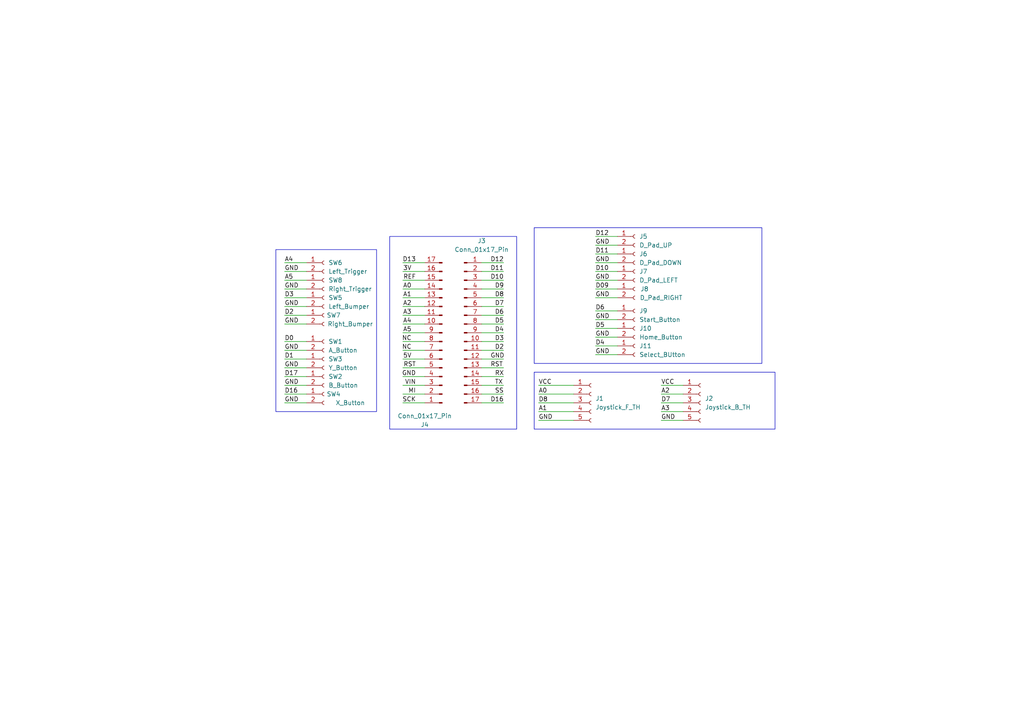
<source format=kicad_sch>
(kicad_sch (version 20231120) (generator "eeschema") (generator_version "8.0")
  (paper "A4")
  (lib_symbols
    (symbol "Connector:Conn_01x02_Socket" (pin_names (offset 1.016) hide)
      (property "Reference" "J" (at 0 2.54 0))
      (property "Value" "Conn_01x02_Socket" (at 0 -5.08 0))
      (symbol "Conn_01x02_Socket_1_1"
        (arc (start 0 -2.032) (mid -0.5058 -2.54) (end 0 -3.048) (stroke (width 0.1524)))
        (polyline (pts (xy -1.27 -2.54) (xy -0.508 -2.54)) (stroke (width 0.1524)))
        (polyline (pts (xy -1.27 0) (xy -0.508 0)) (stroke (width 0.1524)))
        (arc (start 0 0.508) (mid -0.5058 0) (end 0 -0.508) (stroke (width 0.1524)))
        (pin passive line (at -5.08 0 0) (length 3.81) (name "Pin_1") (number "1"))
        (pin passive line (at -5.08 -2.54 0) (length 3.81) (name "Pin_2") (number "2"))
      )
    )
    (symbol "Connector:Conn_01x05_Socket" (pin_names (offset 1.016) hide)
      (property "Reference" "J" (at 0 7.62 0))
      (property "Value" "Conn_01x05_Socket" (at 0 -7.62 0))
      (symbol "Conn_01x05_Socket_1_1"
        (arc (start 0 -4.572) (mid -0.5058 -5.08) (end 0 -5.588) (stroke (width 0.1524)))
        (arc (start 0 -2.032) (mid -0.5058 -2.54) (end 0 -3.048) (stroke (width 0.1524)))
        (polyline (pts (xy -1.27 -5.08) (xy -0.508 -5.08)) (stroke (width 0.1524)))
        (polyline (pts (xy -1.27 -2.54) (xy -0.508 -2.54)) (stroke (width 0.1524)))
        (polyline (pts (xy -1.27 0) (xy -0.508 0)) (stroke (width 0.1524)))
        (polyline (pts (xy -1.27 2.54) (xy -0.508 2.54)) (stroke (width 0.1524)))
        (polyline (pts (xy -1.27 5.08) (xy -0.508 5.08)) (stroke (width 0.1524)))
        (arc (start 0 0.508) (mid -0.5058 0) (end 0 -0.508) (stroke (width 0.1524)))
        (arc (start 0 3.048) (mid -0.5058 2.54) (end 0 2.032) (stroke (width 0.1524)))
        (arc (start 0 5.588) (mid -0.5058 5.08) (end 0 4.572) (stroke (width 0.1524)))
        (pin passive line (at -5.08 5.08 0) (length 3.81) (name "Pin_1") (number "1"))
        (pin passive line (at -5.08 2.54 0) (length 3.81) (name "Pin_2") (number "2"))
        (pin passive line (at -5.08 0 0) (length 3.81) (name "Pin_3") (number "3"))
        (pin passive line (at -5.08 -2.54 0) (length 3.81) (name "Pin_4") (number "4"))
        (pin passive line (at -5.08 -5.08 0) (length 3.81) (name "Pin_5") (number "5"))
      )
    )
    (symbol "Connector:Conn_01x17_Pin" (pin_names (offset 1.016) hide)
      (property "Reference" "J" (at 0 22.86 0))
      (property "Value" "Conn_01x17_Pin" (at 0 -22.86 0))
      (symbol "Conn_01x17_Pin_1_1"
        (polyline (pts (xy 1.27 -20.32) (xy 0.8636 -20.32)) (stroke (width 0.1524)))
        (polyline (pts (xy 1.27 -17.78) (xy 0.8636 -17.78)) (stroke (width 0.1524)))
        (polyline (pts (xy 1.27 -15.24) (xy 0.8636 -15.24)) (stroke (width 0.1524)))
        (polyline (pts (xy 1.27 -12.7) (xy 0.8636 -12.7)) (stroke (width 0.1524)))
        (polyline (pts (xy 1.27 -10.16) (xy 0.8636 -10.16)) (stroke (width 0.1524)))
        (polyline (pts (xy 1.27 -7.62) (xy 0.8636 -7.62)) (stroke (width 0.1524)))
        (polyline (pts (xy 1.27 -5.08) (xy 0.8636 -5.08)) (stroke (width 0.1524)))
        (polyline (pts (xy 1.27 -2.54) (xy 0.8636 -2.54)) (stroke (width 0.1524)))
        (polyline (pts (xy 1.27 0) (xy 0.8636 0)) (stroke (width 0.1524)))
        (polyline (pts (xy 1.27 2.54) (xy 0.8636 2.54)) (stroke (width 0.1524)))
        (polyline (pts (xy 1.27 5.08) (xy 0.8636 5.08)) (stroke (width 0.1524)))
        (polyline (pts (xy 1.27 7.62) (xy 0.8636 7.62)) (stroke (width 0.1524)))
        (polyline (pts (xy 1.27 10.16) (xy 0.8636 10.16)) (stroke (width 0.1524)))
        (polyline (pts (xy 1.27 12.7) (xy 0.8636 12.7)) (stroke (width 0.1524)))
        (polyline (pts (xy 1.27 15.24) (xy 0.8636 15.24)) (stroke (width 0.1524)))
        (polyline (pts (xy 1.27 17.78) (xy 0.8636 17.78)) (stroke (width 0.1524)))
        (polyline (pts (xy 1.27 20.32) (xy 0.8636 20.32)) (stroke (width 0.1524)))
        (rectangle (start 0.8636 -20.193) (end 0 -20.447) (stroke (width 0.1524)) (fill (type outline)))
        (rectangle (start 0.8636 -17.653) (end 0 -17.907) (stroke (width 0.1524)) (fill (type outline)))
        (rectangle (start 0.8636 -15.113) (end 0 -15.367) (stroke (width 0.1524)) (fill (type outline)))
        (rectangle (start 0.8636 -12.573) (end 0 -12.827) (stroke (width 0.1524)) (fill (type outline)))
        (rectangle (start 0.8636 -10.033) (end 0 -10.287) (stroke (width 0.1524)) (fill (type outline)))
        (rectangle (start 0.8636 -7.493) (end 0 -7.747) (stroke (width 0.1524)) (fill (type outline)))
        (rectangle (start 0.8636 -4.953) (end 0 -5.207) (stroke (width 0.1524)) (fill (type outline)))
        (rectangle (start 0.8636 -2.413) (end 0 -2.667) (stroke (width 0.1524)) (fill (type outline)))
        (rectangle (start 0.8636 0.127) (end 0 -0.127) (stroke (width 0.1524)) (fill (type outline)))
        (rectangle (start 0.8636 2.667) (end 0 2.413) (stroke (width 0.1524)) (fill (type outline)))
        (rectangle (start 0.8636 5.207) (end 0 4.953) (stroke (width 0.1524)) (fill (type outline)))
        (rectangle (start 0.8636 7.747) (end 0 7.493) (stroke (width 0.1524)) (fill (type outline)))
        (rectangle (start 0.8636 10.287) (end 0 10.033) (stroke (width 0.1524)) (fill (type outline)))
        (rectangle (start 0.8636 12.827) (end 0 12.573) (stroke (width 0.1524)) (fill (type outline)))
        (rectangle (start 0.8636 15.367) (end 0 15.113) (stroke (width 0.1524)) (fill (type outline)))
        (rectangle (start 0.8636 17.907) (end 0 17.653) (stroke (width 0.1524)) (fill (type outline)))
        (rectangle (start 0.8636 20.447) (end 0 20.193) (stroke (width 0.1524)) (fill (type outline)))
        (pin passive line (at 5.08 20.32 180) (length 3.81) (name "Pin_1") (number "1"))
        (pin passive line (at 5.08 -2.54 180) (length 3.81) (name "Pin_10") (number "10"))
        (pin passive line (at 5.08 -5.08 180) (length 3.81) (name "Pin_11") (number "11"))
        (pin passive line (at 5.08 -7.62 180) (length 3.81) (name "Pin_12") (number "12"))
        (pin passive line (at 5.08 -10.16 180) (length 3.81) (name "Pin_13") (number "13"))
        (pin passive line (at 5.08 -12.7 180) (length 3.81) (name "Pin_14") (number "14"))
        (pin passive line (at 5.08 -15.24 180) (length 3.81) (name "Pin_15") (number "15"))
        (pin passive line (at 5.08 -17.78 180) (length 3.81) (name "Pin_16") (number "16"))
        (pin passive line (at 5.08 -20.32 180) (length 3.81) (name "Pin_17") (number "17"))
        (pin passive line (at 5.08 17.78 180) (length 3.81) (name "Pin_2") (number "2"))
        (pin passive line (at 5.08 15.24 180) (length 3.81) (name "Pin_3") (number "3"))
        (pin passive line (at 5.08 12.7 180) (length 3.81) (name "Pin_4") (number "4"))
        (pin passive line (at 5.08 10.16 180) (length 3.81) (name "Pin_5") (number "5"))
        (pin passive line (at 5.08 7.62 180) (length 3.81) (name "Pin_6") (number "6"))
        (pin passive line (at 5.08 5.08 180) (length 3.81) (name "Pin_7") (number "7"))
        (pin passive line (at 5.08 2.54 180) (length 3.81) (name "Pin_8") (number "8"))
        (pin passive line (at 5.08 0 180) (length 3.81) (name "Pin_9") (number "9"))
      )
    )
  )
  (wire (pts (xy 139.7 106.68) (xy 146.05 106.68)))
  (wire (pts (xy 139.7 88.9) (xy 146.05 88.9)))
  (wire (pts (xy 82.55 106.68) (xy 88.9 106.68)))
  (wire (pts (xy 139.7 116.84) (xy 146.05 116.84)))
  (wire (pts (xy 166.37 114.3) (xy 156.21 114.3)))
  (wire (pts (xy 116.84 78.74) (xy 123.19 78.74)))
  (wire (pts (xy 139.7 101.6) (xy 146.05 101.6)))
  (wire (pts (xy 116.84 86.36) (xy 123.19 86.36)))
  (wire (pts (xy 139.7 81.28) (xy 146.05 81.28)))
  (wire (pts (xy 82.55 114.3) (xy 88.9 114.3)))
  (wire (pts (xy 191.77 116.84) (xy 198.12 116.84)))
  (wire (pts (xy 191.77 111.76) (xy 198.12 111.76)))
  (wire (pts (xy 82.55 76.2) (xy 88.9 76.2)))
  (wire (pts (xy 116.84 106.68) (xy 123.19 106.68)))
  (wire (pts (xy 139.7 99.06) (xy 146.05 99.06)))
  (wire (pts (xy 191.77 119.38) (xy 198.12 119.38)))
  (wire (pts (xy 172.72 86.36) (xy 179.07 86.36)))
  (wire (pts (xy 116.84 111.76) (xy 123.19 111.76)))
  (wire (pts (xy 82.55 93.98) (xy 88.9 93.98)))
  (wire (pts (xy 172.72 83.82) (xy 179.07 83.82)))
  (wire (pts (xy 123.19 104.14) (xy 116.84 104.14)))
  (wire (pts (xy 123.19 93.98) (xy 116.84 93.98)))
  (wire (pts (xy 172.72 78.74) (xy 179.07 78.74)))
  (wire (pts (xy 172.72 100.33) (xy 179.07 100.33)))
  (wire (pts (xy 172.72 102.87) (xy 179.07 102.87)))
  (wire (pts (xy 123.19 99.06) (xy 116.84 99.06)))
  (wire (pts (xy 82.55 83.82) (xy 88.9 83.82)))
  (wire (pts (xy 82.55 109.22) (xy 88.9 109.22)))
  (wire (pts (xy 123.19 116.84) (xy 116.84 116.84)))
  (wire (pts (xy 172.72 76.2) (xy 179.07 76.2)))
  (wire (pts (xy 123.19 96.52) (xy 116.84 96.52)))
  (wire (pts (xy 82.55 104.14) (xy 88.9 104.14)))
  (wire (pts (xy 172.72 90.17) (xy 179.07 90.17)))
  (wire (pts (xy 191.77 114.3) (xy 198.12 114.3)))
  (wire (pts (xy 123.19 114.3) (xy 116.84 114.3)))
  (wire (pts (xy 139.7 91.44) (xy 146.05 91.44)))
  (wire (pts (xy 82.55 86.36) (xy 88.9 86.36)))
  (wire (pts (xy 116.84 109.22) (xy 123.19 109.22)))
  (wire (pts (xy 172.72 68.58) (xy 179.07 68.58)))
  (wire (pts (xy 123.19 101.6) (xy 116.84 101.6)))
  (wire (pts (xy 123.19 83.82) (xy 116.84 83.82)))
  (wire (pts (xy 139.7 83.82) (xy 146.05 83.82)))
  (wire (pts (xy 139.7 76.2) (xy 146.05 76.2)))
  (wire (pts (xy 116.84 81.28) (xy 123.19 81.28)))
  (wire (pts (xy 166.37 116.84) (xy 156.21 116.84)))
  (wire (pts (xy 82.55 116.84) (xy 88.9 116.84)))
  (wire (pts (xy 172.72 81.28) (xy 179.07 81.28)))
  (wire (pts (xy 82.55 78.74) (xy 88.9 78.74)))
  (wire (pts (xy 82.55 99.06) (xy 88.9 99.06)))
  (wire (pts (xy 166.37 121.92) (xy 156.21 121.92)))
  (wire (pts (xy 116.84 88.9) (xy 123.19 88.9)))
  (wire (pts (xy 82.55 101.6) (xy 88.9 101.6)))
  (wire (pts (xy 139.7 93.98) (xy 146.05 93.98)))
  (wire (pts (xy 139.7 114.3) (xy 146.05 114.3)))
  (wire (pts (xy 82.55 88.9) (xy 88.9 88.9)))
  (wire (pts (xy 172.72 92.71) (xy 179.07 92.71)))
  (wire (pts (xy 139.7 96.52) (xy 146.05 96.52)))
  (wire (pts (xy 82.55 91.44) (xy 88.9 91.44)))
  (wire (pts (xy 166.37 111.76) (xy 156.21 111.76)))
  (wire (pts (xy 172.72 73.66) (xy 179.07 73.66)))
  (wire (pts (xy 191.77 121.92) (xy 198.12 121.92)))
  (wire (pts (xy 82.55 111.76) (xy 88.9 111.76)))
  (wire (pts (xy 139.7 104.14) (xy 146.05 104.14)))
  (wire (pts (xy 123.19 76.2) (xy 116.84 76.2)))
  (wire (pts (xy 172.72 71.12) (xy 179.07 71.12)))
  (wire (pts (xy 139.7 109.22) (xy 146.05 109.22)))
  (wire (pts (xy 139.7 78.74) (xy 146.05 78.74)))
  (wire (pts (xy 172.72 95.25) (xy 179.07 95.25)))
  (wire (pts (xy 166.37 119.38) (xy 156.21 119.38)))
  (wire (pts (xy 139.7 111.76) (xy 146.05 111.76)))
  (wire (pts (xy 82.55 81.28) (xy 88.9 81.28)))
  (wire (pts (xy 172.72 97.79) (xy 179.07 97.79)))
  (wire (pts (xy 123.19 91.44) (xy 116.84 91.44)))
  (wire (pts (xy 139.7 86.36) (xy 146.05 86.36)))
  (rectangle (start 113.03 68.58) (end 149.86 124.46))
  (rectangle (start 154.94 107.95) (end 224.79 124.46))
  (rectangle (start 80.01 72.39) (end 109.22 119.38))
  (rectangle (start 154.94 66.04) (end 220.98 105.41))
  (label "GND" (at 172.72 71.12 0))
  (label "5V" (at 119.38 104.14 180))
  (label "D5" (at 172.72 95.25 0))
  (label "GND" (at 172.72 86.36 0))
  (label "TX" (at 143.51 111.76 0))
  (label "D10" (at 142.24 81.28 0))
  (label "D7" (at 191.77 116.84 0))
  (label "D1" (at 82.55 104.14 0))
  (label "GND" (at 82.55 106.68 0))
  (label "VCC" (at 191.77 111.76 0))
  (label "GND" (at 172.72 97.79 0))
  (label "D2" (at 82.55 91.44 0))
  (label "VCC" (at 156.21 111.76 0))
  (label "GND" (at 172.72 102.87 0))
  (label "GND" (at 156.21 121.92 0))
  (label "RST" (at 142.24 106.68 0))
  (label "D6" (at 143.51 91.44 0))
  (label "A3" (at 191.77 119.38 0))
  (label "RX" (at 143.51 109.22 0))
  (label "A2" (at 191.77 114.3 0))
  (label "NC" (at 119.38 101.6 180))
  (label "D09" (at 172.72 83.82 0))
  (label "3V" (at 119.38 78.74 180))
  (label "MI" (at 120.65 114.3 180))
  (label "GND" (at 142.24 104.14 0))
  (label "A0" (at 119.38 83.82 180))
  (label "A1" (at 119.38 86.36 180))
  (label "D6" (at 172.72 90.17 0))
  (label "GND" (at 172.72 76.2 0))
  (label "A5" (at 119.38 96.52 180))
  (label "D2" (at 143.51 101.6 0))
  (label "D11" (at 172.72 73.66 0))
  (label "A5" (at 82.55 81.28 0))
  (label "GND" (at 82.55 93.98 0))
  (label "D0" (at 82.55 99.06 0))
  (label "D3" (at 143.51 99.06 0))
  (label "VIN" (at 120.65 111.76 180))
  (label "D7" (at 143.51 88.9 0))
  (label "D4" (at 172.72 100.33 0))
  (label "D13" (at 120.65 76.2 180))
  (label "REF" (at 120.65 81.28 180))
  (label "D10" (at 172.72 78.74 0))
  (label "GND" (at 120.65 109.22 180))
  (label "GND" (at 82.55 101.6 0))
  (label "GND" (at 82.55 111.76 0))
  (label "A4" (at 119.38 93.98 180))
  (label "D5" (at 143.51 93.98 0))
  (label "A3" (at 119.38 91.44 180))
  (label "RST" (at 120.65 106.68 180))
  (label "D8" (at 143.51 86.36 0))
  (label "D9" (at 143.51 83.82 0))
  (label "D16" (at 142.24 116.84 0))
  (label "D12" (at 142.24 76.2 0))
  (label "D16" (at 82.55 114.3 0))
  (label "D8" (at 156.21 116.84 0))
  (label "A1" (at 156.21 119.38 0))
  (label "GND" (at 82.55 116.84 0))
  (label "SCK" (at 120.65 116.84 180))
  (label "A2" (at 119.38 88.9 180))
  (label "GND" (at 191.77 121.92 0))
  (label "D17" (at 82.55 109.22 0))
  (label "GND" (at 82.55 88.9 0))
  (label "GND" (at 82.55 78.74 0))
  (label "SS" (at 143.51 114.3 0))
  (label "D3" (at 82.55 86.36 0))
  (label "GND" (at 172.72 92.71 0))
  (label "A4" (at 82.55 76.2 0))
  (label "GND" (at 82.55 83.82 0))
  (label "D4" (at 143.51 96.52 0))
  (label "D11" (at 142.24 78.74 0))
  (label "NC" (at 119.38 99.06 180))
  (label "A0" (at 156.21 114.3 0))
  (label "D12" (at 172.72 68.58 0))
  (label "GND" (at 172.72 81.28 0))
  (symbol (lib_id "Connector:Conn_01x02_Socket") (at 184.15 100.33 0) (unit 1)
    (property "Reference" "J11" (at 185.42 100.3299 0) (effects (justify left)))
    (property "Value" "Select_BUtton" (at 185.42 102.8699 0) (effects (justify left)))
    (property "Footprint" "Connector_Wire:SolderWire-0.1sqmm_1x02_P3.6mm_D0.4mm_OD1mm" (effects (hide yes)))
    (property "Description" "Generic connector, single row, 01x02, script generated" (effects (hide yes)))
  )
  (symbol (lib_id "Connector:Conn_01x02_Socket") (at 93.98 76.2 0) (unit 1)
    (property "Reference" "SW6" (at 95.25 76.1999 0) (effects (justify left)))
    (property "Value" "Left_Trigger" (at 95.25 78.7399 0) (effects (justify left)))
    (property "Footprint" "Connector_Wire:SolderWire-0.1sqmm_1x02_P3.6mm_D0.4mm_OD1mm" (effects (hide yes)))
    (property "Description" "Generic connector, single row, 01x02, script generated" (effects (hide yes)))
  )
  (symbol (lib_id "Connector:Conn_01x02_Socket") (at 93.98 114.3 0) (unit 1)
    (property "Reference" "SW4" (at 96.774 114.3 0))
    (property "Value" "X_Button" (at 101.6 116.84 0))
    (property "Footprint" "Connector_Wire:SolderWire-0.1sqmm_1x02_P3.6mm_D0.4mm_OD1mm" (effects (hide yes)))
    (property "Description" "Generic connector, single row, 01x02, script generated" (effects (hide yes)))
  )
  (symbol (lib_id "Connector:Conn_01x17_Pin") (at 134.62 96.52 0) (unit 1)
    (property "Reference" "J3" (at 139.7 69.85 0))
    (property "Value" "Conn_01x17_Pin" (at 139.7 72.39 0))
    (property "Footprint" "Connector_PinSocket_2.54mm:PinSocket_1x17_P2.54mm_Vertical" (effects (hide yes)))
  )
  (symbol (lib_id "Connector:Conn_01x02_Socket") (at 184.15 95.25 0) (unit 1)
    (property "Reference" "J10" (at 185.42 95.2499 0) (effects (justify left)))
    (property "Value" "Home_Button" (at 185.42 97.7899 0) (effects (justify left)))
    (property "Footprint" "Connector_Wire:SolderWire-0.1sqmm_1x02_P3.6mm_D0.4mm_OD1mm" (effects (hide yes)))
    (property "Description" "Generic connector, single row, 01x02, script generated" (effects (hide yes)))
  )
  (symbol (lib_id "Connector:Conn_01x05_Socket") (at 203.2 116.84 0) (unit 1)
    (property "Reference" "J2" (at 204.47 115.5699 0) (effects (justify left)))
    (property "Value" "Joystick_B_TH" (at 204.47 118.1099 0) (effects (justify left)))
    (property "Footprint" "Connector_Wire:SolderWire-0.1sqmm_1x05_P3.6mm_D0.4mm_OD1mm" (effects (hide yes)))
  )
  (symbol (lib_id "Connector:Conn_01x02_Socket") (at 93.98 86.36 0) (unit 1)
    (property "Reference" "SW5" (at 95.25 86.3599 0) (effects (justify left)))
    (property "Value" "Left_Bumper" (at 95.25 88.8999 0) (effects (justify left)))
    (property "Footprint" "Connector_Wire:SolderWire-0.1sqmm_1x02_P3.6mm_D0.4mm_OD1mm" (effects (hide yes)))
    (property "Description" "Generic connector, single row, 01x02, script generated" (effects (hide yes)))
  )
  (symbol (lib_id "Connector:Conn_01x05_Socket") (at 171.45 116.84 0) (unit 1)
    (property "Reference" "J1" (at 172.72 115.5699 0) (effects (justify left)))
    (property "Value" "Joystick_F_TH" (at 172.72 118.1099 0) (effects (justify left)))
    (property "Footprint" "Connector_Wire:SolderWire-0.1sqmm_1x05_P3.6mm_D0.4mm_OD1mm" (effects (hide yes)))
  )
  (symbol (lib_id "Connector:Conn_01x02_Socket") (at 184.15 68.58 0) (unit 1)
    (property "Reference" "J5" (at 185.42 68.5799 0) (effects (justify left)))
    (property "Value" "D_Pad_UP" (at 185.42 71.1199 0) (effects (justify left)))
    (property "Footprint" "Connector_Wire:SolderWire-0.1sqmm_1x02_P3.6mm_D0.4mm_OD1mm" (effects (hide yes)))
    (property "Description" "Generic connector, single row, 01x02, script generated" (effects (hide yes)))
  )
  (symbol (lib_id "Connector:Conn_01x02_Socket") (at 184.15 90.17 0) (unit 1)
    (property "Reference" "J9" (at 185.42 90.1699 0) (effects (justify left)))
    (property "Value" "Start_Button" (at 185.42 92.7099 0) (effects (justify left)))
    (property "Footprint" "Connector_Wire:SolderWire-0.1sqmm_1x02_P3.6mm_D0.4mm_OD1mm" (effects (hide yes)))
    (property "Description" "Generic connector, single row, 01x02, script generated" (effects (hide yes)))
  )
  (symbol (lib_id "Connector:Conn_01x02_Socket") (at 93.98 109.22 0) (unit 1)
    (property "Reference" "SW2" (at 95.25 109.2199 0) (effects (justify left)))
    (property "Value" "B_Button" (at 95.25 111.7599 0) (effects (justify left)))
    (property "Footprint" "Connector_Wire:SolderWire-0.1sqmm_1x02_P3.6mm_D0.4mm_OD1mm" (effects (hide yes)))
    (property "Description" "Generic connector, single row, 01x02, script generated" (effects (hide yes)))
  )
  (symbol (lib_id "Connector:Conn_01x02_Socket") (at 93.98 91.44 0) (unit 1)
    (property "Reference" "SW7" (at 96.774 91.44 0))
    (property "Value" "Right_Bumper" (at 101.6 93.98 0))
    (property "Footprint" "Connector_Wire:SolderWire-0.1sqmm_1x02_P3.6mm_D0.4mm_OD1mm" (effects (hide yes)))
    (property "Description" "Generic connector, single row, 01x02, script generated" (effects (hide yes)))
  )
  (symbol (lib_id "Connector:Conn_01x17_Pin") (at 128.27 96.52 180) (unit 1)
    (property "Reference" "J4" (at 123.19 123.19 0))
    (property "Value" "Conn_01x17_Pin" (at 123.19 120.65 0))
    (property "Footprint" "Connector_PinSocket_2.54mm:PinSocket_1x17_P2.54mm_Vertical" (effects (hide yes)))
  )
  (symbol (lib_id "Connector:Conn_01x02_Socket") (at 93.98 99.06 0) (unit 1)
    (property "Reference" "SW1" (at 95.25 99.0599 0) (effects (justify left)))
    (property "Value" "A_Button" (at 95.25 101.5999 0) (effects (justify left)))
    (property "Footprint" "Connector_Wire:SolderWire-0.1sqmm_1x02_P3.6mm_D0.4mm_OD1mm" (effects (hide yes)))
    (property "Description" "Generic connector, single row, 01x02, script generated" (effects (hide yes)))
  )
  (symbol (lib_id "Connector:Conn_01x02_Socket") (at 93.98 104.14 0) (unit 1)
    (property "Reference" "SW3" (at 95.25 104.1399 0) (effects (justify left)))
    (property "Value" "Y_Button" (at 95.25 106.6799 0) (effects (justify left)))
    (property "Footprint" "Connector_Wire:SolderWire-0.1sqmm_1x02_P3.6mm_D0.4mm_OD1mm" (effects (hide yes)))
    (property "Description" "Generic connector, single row, 01x02, script generated" (effects (hide yes)))
  )
  (symbol (lib_id "Connector:Conn_01x02_Socket") (at 93.98 81.28 0) (unit 1)
    (property "Reference" "SW8" (at 95.25 81.2799 0) (effects (justify left)))
    (property "Value" "Right_Trigger" (at 95.25 83.8199 0) (effects (justify left)))
    (property "Footprint" "Connector_Wire:SolderWire-0.1sqmm_1x02_P3.6mm_D0.4mm_OD1mm" (effects (hide yes)))
    (property "Description" "Generic connector, single row, 01x02, script generated" (effects (hide yes)))
  )
  (symbol (lib_id "Connector:Conn_01x02_Socket") (at 184.15 73.66 0) (unit 1)
    (property "Reference" "J6" (at 185.42 73.6599 0) (effects (justify left)))
    (property "Value" "D_Pad_DOWN" (at 185.42 76.1999 0) (effects (justify left)))
    (property "Footprint" "Connector_Wire:SolderWire-0.1sqmm_1x02_P3.6mm_D0.4mm_OD1mm" (effects (hide yes)))
    (property "Description" "Generic connector, single row, 01x02, script generated" (effects (hide yes)))
  )
  (symbol (lib_id "Connector:Conn_01x02_Socket") (at 184.15 83.82 0) (unit 1)
    (property "Reference" "J8" (at 186.944 83.82 0))
    (property "Value" "D_Pad_RIGHT" (at 191.77 86.36 0))
    (property "Footprint" "Connector_Wire:SolderWire-0.1sqmm_1x02_P3.6mm_D0.4mm_OD1mm" (effects (hide yes)))
    (property "Description" "Generic connector, single row, 01x02, script generated" (effects (hide yes)))
  )
  (symbol (lib_id "Connector:Conn_01x02_Socket") (at 184.15 78.74 0) (unit 1)
    (property "Reference" "J7" (at 185.42 78.7399 0) (effects (justify left)))
    (property "Value" "D_Pad_LEFT" (at 185.42 81.2799 0) (effects (justify left)))
    (property "Footprint" "Connector_Wire:SolderWire-0.1sqmm_1x02_P3.6mm_D0.4mm_OD1mm" (effects (hide yes)))
    (property "Description" "Generic connector, single row, 01x02, script generated" (effects (hide yes)))
  )
)
</source>
